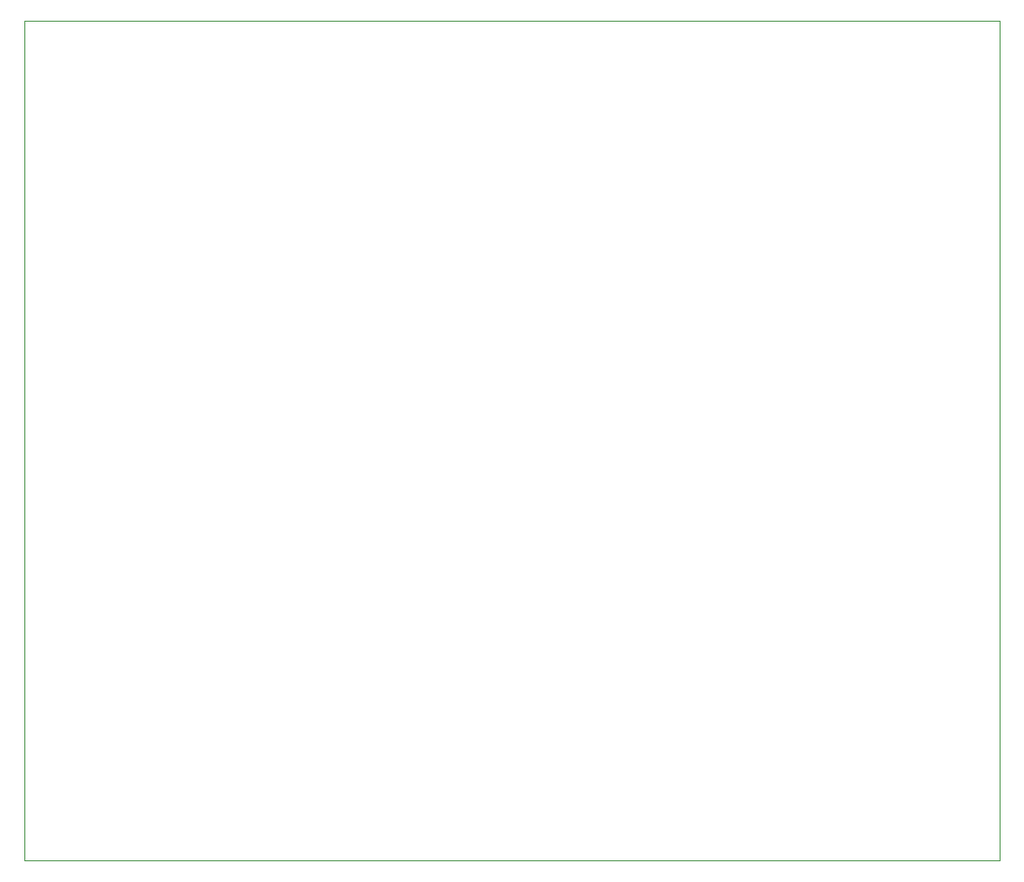
<source format=gbr>
G04 #@! TF.GenerationSoftware,KiCad,Pcbnew,5.1.2*
G04 #@! TF.CreationDate,2019-05-22T09:14:52+02:00*
G04 #@! TF.ProjectId,polythene_sensor,706f6c79-7468-4656-9e65-5f73656e736f,rev?*
G04 #@! TF.SameCoordinates,Original*
G04 #@! TF.FileFunction,Profile,NP*
%FSLAX46Y46*%
G04 Gerber Fmt 4.6, Leading zero omitted, Abs format (unit mm)*
G04 Created by KiCad (PCBNEW 5.1.2) date 2019-05-22 09:14:52*
%MOMM*%
%LPD*%
G04 APERTURE LIST*
%ADD10C,0.050000*%
G04 APERTURE END LIST*
D10*
X215900000Y-43180000D02*
X124460000Y-43180000D01*
X215900000Y-121920000D02*
X215900000Y-43180000D01*
X124460000Y-121920000D02*
X215900000Y-121920000D01*
X124460000Y-43180000D02*
X124460000Y-121920000D01*
M02*

</source>
